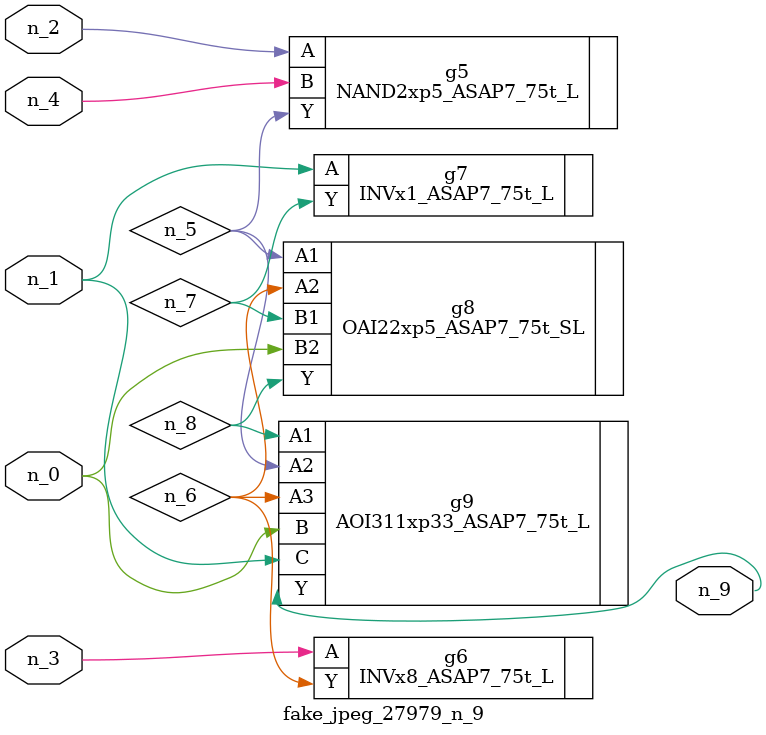
<source format=v>
module fake_jpeg_27979_n_9 (n_3, n_2, n_1, n_0, n_4, n_9);

input n_3;
input n_2;
input n_1;
input n_0;
input n_4;

output n_9;

wire n_8;
wire n_6;
wire n_5;
wire n_7;

NAND2xp5_ASAP7_75t_L g5 ( 
.A(n_2),
.B(n_4),
.Y(n_5)
);

INVx8_ASAP7_75t_L g6 ( 
.A(n_3),
.Y(n_6)
);

INVx1_ASAP7_75t_L g7 ( 
.A(n_1),
.Y(n_7)
);

OAI22xp5_ASAP7_75t_SL g8 ( 
.A1(n_5),
.A2(n_6),
.B1(n_7),
.B2(n_0),
.Y(n_8)
);

AOI311xp33_ASAP7_75t_L g9 ( 
.A1(n_8),
.A2(n_5),
.A3(n_6),
.B(n_0),
.C(n_1),
.Y(n_9)
);


endmodule
</source>
